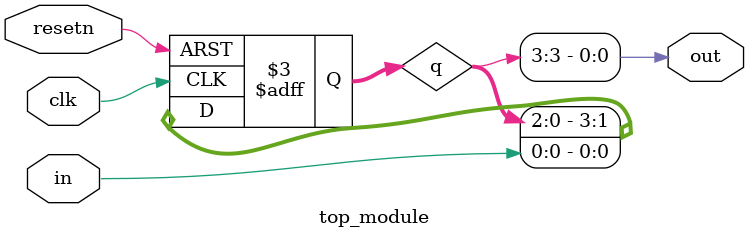
<source format=sv>
module top_module (
  input clk,
  input resetn,
  input in,
  output out
);

reg [3:0] d;
reg [3:0] q;

always @(posedge clk or negedge resetn) begin
    if (~resetn) begin
        q <= 4'b0000;
    end else begin
        q <= {q[2:0], in};
    end
end

assign out = q[3];

endmodule

</source>
